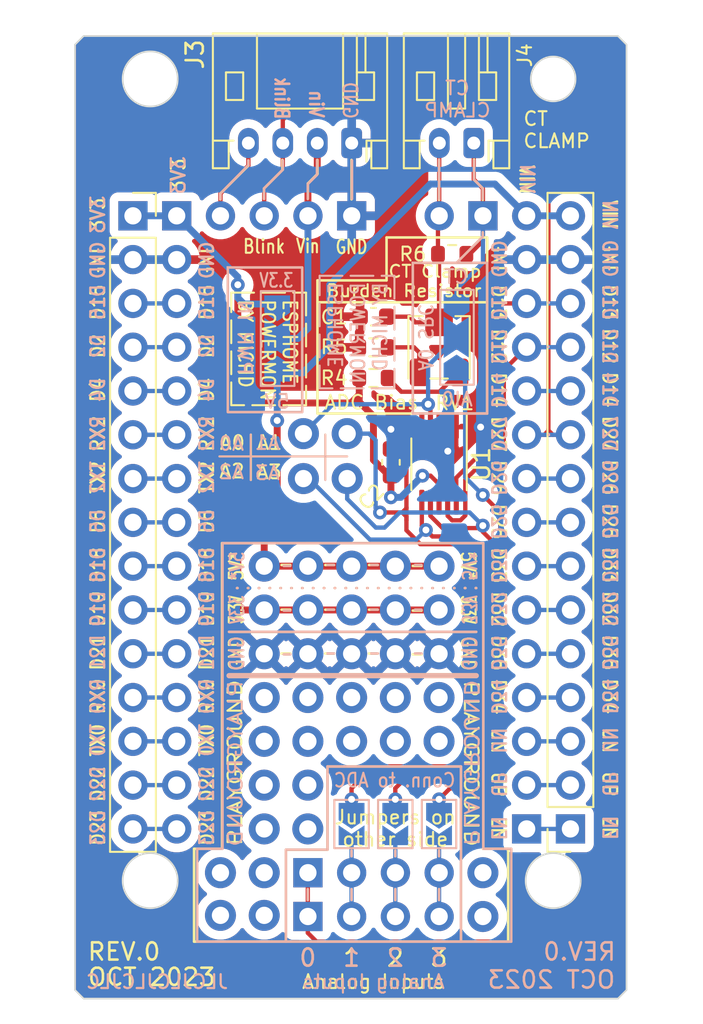
<source format=kicad_pcb>
(kicad_pcb (version 20221018) (generator pcbnew)
  (title_block (title "ESP32 WLED APA102 Level Shifter") (date "2023-09-30") (rev "2") (company "MichD"))
  (layers (0 "F.Cu" signal) (31 "B.Cu" signal) (34 "B.Paste" user) (35 "F.Paste" user) (36 "B.SilkS" user "B.Silkscreen") (37 "F.SilkS" user "F.Silkscreen") (38 "B.Mask" user) (39 "F.Mask" user) (44 "Edge.Cuts" user))
  (net 0 "")
  (net 1 "+5V")
  (net 2 "GND")
  (net 3 "/CT_CLAMP_2")
  (net 4 "Net-(J12-Pin_1)")
  (net 5 "+3.3V")
  (net 6 "Net-(J12-Pin_2)")
  (net 7 "Net-(J12-Pin_3)")
  (net 8 "Net-(J1-Pin_3)")
  (net 9 "Net-(J1-Pin_4)")
  (net 10 "Net-(J1-Pin_5)")
  (net 11 "Net-(J1-Pin_6)")
  (net 12 "Net-(J1-Pin_7)")
  (net 13 "Net-(J1-Pin_8)")
  (net 14 "Net-(J1-Pin_9)")
  (net 15 "Net-(J1-Pin_10)")
  (net 16 "Net-(J1-Pin_11)")
  (net 17 "Net-(J1-Pin_12)")
  (net 18 "Net-(J1-Pin_13)")
  (net 19 "Net-(J1-Pin_14)")
  (net 20 "Net-(J1-Pin_15)")
  (net 21 "Net-(J12-Pin_4)")
  (net 22 "Net-(J12-Pin_5)")
  (net 23 "Net-(J12-Pin_6)")
  (net 24 "Net-(J12-Pin_7)")
  (net 25 "Net-(J12-Pin_8)")
  (net 26 "Net-(J12-Pin_9)")
  (net 27 "/BLINK_SENS")
  (net 28 "Net-(J12-Pin_11)")
  (net 29 "/SDA")
  (net 30 "/SCL")
  (net 31 "/CT_CLAMP_1")
  (net 32 "Net-(J15-Pin_1)")
  (net 33 "VIN")
  (net 34 "Net-(J15-Pin_2)")
  (net 35 "Net-(J15-Pin_3)")
  (net 36 "Net-(J15-Pin_4)")
  (net 37 "/AIN0")
  (net 38 "/AIN1")
  (net 39 "/AIN2")
  (net 40 "/AIN3")
  (net 41 "Net-(R4-Pad2)")
  (net 42 "Net-(R5-Pad1)")
  (net 44 "Net-(J13-Pin_4)")
  (footprint "" (layer "F.Cu") (at 143.764 104.714)
    (fp_text reference "")
    (fp_text value "")
  )
  (footprint "" (layer "F.Cu") (at 138.684 107.254)
    (fp_text reference "")
    (fp_text value "")
  )
  (footprint "Connector_PinSocket_2.54mm:PinSocket_1x15_P2.54mm_Vertical" (layer "F.Cu") (at 133.612 69.154)
    (fp_text reference "J1" hide)
    (fp_text value "Conn_01x15_Female")
  )
  (footprint "" (layer "F.Cu") (at 138.67 89.408)
    (fp_text reference "")
    (fp_text value "")
  )
  (footprint "Connector_PinHeader_2.54mm:PinHeader_1x15_P2.54mm_Vertical" (layer "F.Cu") (at 136.152 69.154)
    (fp_text reference "J11" hide)
    (fp_text value "Conn_01x15_Male")
  )
  (footprint "" (layer "F.Cu") (at 141.224 92.202)
    (fp_text reference "")
    (fp_text value "")
  )
  (footprint "" (layer "F.Cu") (at 133.594 89.408)
    (fp_text reference "")
    (fp_text value "")
  )
  (footprint "" (layer "F.Cu") (at 146.05 84.394)
    (fp_text reference "")
    (fp_text value "")
  )
  (footprint "Capacitor_SMD:C_0603_1608Metric" (layer "F.Cu") (at 148.59 83.45 90)
    (fp_text reference "C2")
    (fp_text value "100n")
  )
  (footprint "" (layer "F.Cu") (at 146.3 94.742)
    (fp_text reference "")
    (fp_text value "")
  )
  (footprint "" (layer "F.Cu") (at 143.764 102.174)
    (fp_text reference "")
    (fp_text value "")
  )
  (footprint "" (layer "F.Cu") (at 143.762 99.822)
    (fp_text reference "")
    (fp_text value "")
  )
  (footprint "" (layer "F.Cu") (at 136.132 89.408)
    (fp_text reference "")
    (fp_text value "")
  )
  (footprint "Connector_PinHeader_2.54mm:PinHeader_1x02_P2.54mm_Vertical" (layer "F.Cu") (at 153.932 69.154 -90)
    (fp_text reference "J14" hide)
    (fp_text value "Conn_01x02_Pin")
  )
  (footprint "" (layer "F.Cu") (at 141.232 104.714)
    (fp_text reference "")
    (fp_text value "")
  )
  (footprint "" (layer "F.Cu") (at 151.376 97.282)
    (fp_text reference "")
    (fp_text value "")
  )
  (footprint "" (layer "F.Cu") (at 141.224 99.822)
    (fp_text reference "")
    (fp_text value "")
  )
  (footprint "" (layer "F.Cu") (at 141.232 107.254)
    (fp_text reference "")
    (fp_text value "")
  )
  (footprint "" (layer "F.Cu") (at 143.51 81.788)
    (fp_text reference "")
    (fp_text value "")
  )
  (footprint "esphome-powermon:Potentiometer_Bourns_3313J_Vertical" (layer "F.Cu") (at 151.384 76.782 180)
    (fp_text reference "RV1")
    (fp_text value "10k")
  )
  (footprint "" (layer "F.Cu") (at 145.796 81.788)
    (fp_text reference "")
    (fp_text value "")
  )
  (footprint "" (layer "F.Cu") (at 143.762 92.202)
    (fp_text reference "")
    (fp_text value "")
  )
  (footprint "" (layer "F.Cu") (at 141.224 94.742)
    (fp_text reference "")
    (fp_text value "")
  )
  (footprint "" (layer "F.Cu") (at 151.376 94.742)
    (fp_text reference "")
    (fp_text value "")
  )
  (footprint "" (layer "F.Cu") (at 151.384 89.408)
    (fp_text reference "")
    (fp_text value "")
  )
  (footprint "Package_SO:VSSOP-10_3x3mm_P0.5mm" (layer "F.Cu") (at 151.384 83.566 -90)
    (fp_text reference "U1")
    (fp_text value "ADS1115IDGS")
  )
  (footprint "" (layer "F.Cu") (at 151.376 99.822)
    (fp_text reference "")
    (fp_text value "")
  )
  (footprint "" (layer "F.Cu") (at 146.3 92.202)
    (fp_text reference "")
    (fp_text value "")
  )
  (footprint "Resistor_SMD:R_0603_1608Metric" (layer "F.Cu") (at 152.146 71.374 180)
    (fp_text reference "R6")
    (fp_text value "220")
  )
  (footprint "" (layer "F.Cu") (at 143.762 94.742)
    (fp_text reference "")
    (fp_text value "")
  )
  (footprint "Connector_PinHeader_2.54mm:PinHeader_1x15_P2.54mm_Vertical" (layer "F.Cu") (at 156.472 104.714 180)
    (fp_text reference "J12" hide)
    (fp_text value "Conn_01x15_Male")
  )
  (footprint "" (layer "F.Cu") (at 148.838 99.822)
    (fp_text reference "")
    (fp_text value "")
  )
  (footprint "" (layer "F.Cu") (at 146.3 99.822)
    (fp_text reference "")
    (fp_text value "")
  )
  (footprint "" (layer "F.Cu") (at 143.762 97.282)
    (fp_text reference "")
    (fp_text value "")
  )
  (footprint "" (layer "F.Cu") (at 151.384 92.014)
    (fp_text reference "")
    (fp_text value "")
  )
  (footprint "Capacitor_SMD:C_0603_1608Metric" (layer "F.Cu") (at 147.574 75.004 180)
    (fp_text reference "C1")
    (fp_text value "100n")
  )
  (footprint "Connector_PinSocket_2.54mm:PinSocket_1x15_P2.54mm_Vertical" (layer "F.Cu") (at 159.012 104.714 180)
    (fp_text reference "J2" hide)
    (fp_text value "Conn_01x15_Female")
  )
  (footprint "" (layer "F.Cu") (at 141.224 97.282)
    (fp_text reference "")
    (fp_text value "")
  )
  (footprint "Resistor_SMD:R_0603_1608Metric" (layer "F.Cu") (at 147.574 78.56)
    (fp_text reference "R4")
    (fp_text value "47k")
  )
  (footprint "Connector_PinHeader_2.54mm:PinHeader_1x04_P2.54mm_Vertical" (layer "F.Cu") (at 146.312 69.154 -90)
    (fp_text reference "J13" hide)
    (fp_text value "Conn_01x04_Pin")
  )
  (footprint "" (layer "F.Cu") (at 153.93 109.794)
    (fp_text reference "")
    (fp_text value "")
  )
  (footprint "" (layer "F.Cu") (at 138.692 109.728)
    (fp_text reference "")
    (fp_text value "")
  )
  (footprint "Connector_JST:JST_PH_S4B-PH-K_1x04_P2.00mm_Horizontal" (layer "F.Cu") (at 146.312 64.934 180)
    (fp_text reference "J3")
    (fp_text value "Conn_01x04_Pin")
  )
  (footprint "" (layer "F.Cu") (at 146.3 97.282)
    (fp_text reference "")
    (fp_text value "")
  )
  (footprint "" (layer "F.Cu") (at 153.924 107.254)
    (fp_text reference "")
    (fp_text value "")
  )
  (footprint "" (layer "F.Cu") (at 148.838 94.742)
    (fp_text reference "")
    (fp_text value "")
  )
  (footprint "" (layer "F.Cu") (at 141.232 109.728)
    (fp_text reference "")
    (fp_text value "")
  )
  (footprint "" (layer "F.Cu") (at 143.51 84.394)
    (fp_text reference "")
    (fp_text value "")
  )
  (footprint "Connector_PinHeader_2.54mm:PinHeader_1x04_P2.54mm_Vertical" (layer "F.Cu") (at 143.77 109.794 90)
    (fp_text reference "J15" hide)
    (fp_text value "Conn_01x04_Pin")
  )
  (footprint "" (layer "F.Cu") (at 148.838 97.282)
    (fp_text reference "")
    (fp_text value "")
  )
  (footprint "" (layer "F.Cu") (at 141.232 102.174)
    (fp_text reference "")
    (fp_text value "")
  )
  (footprint "" (layer "F.Cu") (at 148.838 92.202)
    (fp_text reference "")
    (fp_text value "")
  )
  (footprint "Connector_PinHeader_2.54mm:PinHeader_1x04_P2.54mm_Vertical" (layer "F.Cu") (at 143.77 107.254 90)
    (fp_text reference "J5" hide)
    (fp_text value "Conn_01x04_Pin")
  )
  (footprint "" (layer "F.Cu") (at 131.056 89.408)
    (fp_text reference "")
    (fp_text value "")
  )
  (footprint "Connector_JST:JST_PH_S2B-PH-K_1x02_P2.00mm_Horizontal" (layer "F.Cu") (at 153.4 64.934 180)
    (fp_text reference "J4")
    (fp_text value "Conn_01x02_Pin")
  )
  (footprint "Resistor_SMD:R_0603_1608Metric" (layer "F.Cu") (at 147.574 76.782 180)
    (fp_text reference "R5")
    (fp_text value "47k")
  )
  (footprint "Jumper:SolderJumper-2_P1.3mm_Open_TrianglePad1.0x1.5mm" (layer "B.Cu") (at 148.844 104.431 -90)
    (fp_text reference "JP4" hide)
    (fp_text value "Jumper_2_Bridged")
  )
  (footprint "Jumper:SolderJumper-3_P2.0mm_Open_TrianglePad1.0x1.5mm" (layer "B.Cu") (at 152.4 76.2 90)
    (fp_text reference "JP1" hide)
    (fp_text value "Jumper_3_Bridged12")
  )
  (footprint "Jumper:SolderJumper-2_P1.3mm_Open_TrianglePad1.0x1.5mm" (layer "B.Cu") (at 151.384 104.431 -90)
    (fp_text reference "JP5" hide)
    (fp_text value "Jumper_2_Bridged")
  )
  (footprint "Jumper:SolderJumper-2_P1.3mm_Open_TrianglePad1.0x1.5mm" (layer "B.Cu") (at 146.304 104.431 -90)
    (fp_text reference "JP3" hide)
    (fp_text value "Jumper_2_Bridged")
  )
  (footprint "Jumper:SolderJumper-3_P2.0mm_Open_TrianglePad1.0x1.5mm" (layer "B.Cu") (at 141.986 76.27 90)
    (fp_text reference "JP2" hide)
    (fp_text value "Jumper_3_Bridged12")
  )
  (gr_line (start 141.224 67.564) (end 142.3162 66.4718) (stroke (width 0.15)) (layer "B.SilkS"))
  (gr_line (start 155.575 105.8672) (end 153.9494 105.8672) (stroke (width 0.15)) (layer "B.SilkS"))
  (gr_line (start 144.907 101.092) (end 152.654 101.092) (stroke (width 0.15)) (layer "B.SilkS"))
  (gr_line (start 144.907 89.408) (end 145.288 89.408) (stroke (width 0.15)) (layer "B.SilkS"))
  (gr_line (start 141.224 68.1736) (end 141.224 67.564) (stroke (width 0.15)) (layer "B.SilkS"))
  (gr_line (start 144.2974 65.913) (end 144.2974 66.7766) (stroke (width 0.15)) (layer "B.SilkS"))
  (gr_line (start 144.907 94.5388) (end 145.288 94.5388) (stroke (width 0.15)) (layer "B.SilkS"))
  (gr_line (start 140.3096 66.2178) (end 140.3096 65.9384) (stroke (width 0.15)) (layer "B.SilkS"))
  (gr_line (start 153.924 70.358) (end 152.4 71.882) (stroke (width 0.15)) (layer "B.SilkS"))
  (gr_line (start 138.811 105.8672) (end 137.3378 105.8672) (stroke (width 0.15)) (layer "B.SilkS"))
  (gr_line (start 147.447 94.5388) (end 147.828 94.5388) (stroke (width 0.15)) (layer "B.SilkS"))
  (gr_line (start 143.764 108.204) (end 143.764 108.839) (stroke (width 0.15)) (layer "B.SilkS"))
  (gr_line (start 146.304 108.204) (end 146.304 108.839) (stroke (width 0.15)) (layer "B.SilkS"))
  (gr_line (start 142.367 92.0496) (end 142.748 92.0496) (stroke (width 0.15)) (layer "B.SilkS"))
  (gr_line (start 138.811 88.138) (end 138.811 105.8672) (stroke (width 0.15)) (layer "B.SilkS"))
  (gr_line (start 153.543 95.824) (end 139.192 95.824) (stroke (width 0.3)) (layer "B.SilkS"))
  (gr_line (start 137.3378 111.252) (end 155.575 111.252) (stroke (width 0.15)) (layer "B.SilkS"))
  (gr_line (start 144.907 101.092) (end 144.907 105.918) (stroke (width 0.15)) (layer "B.SilkS"))
  (gr_line (start 143.764 67.31) (end 143.764 68.1736) (stroke (width 0.15)) (layer "B.SilkS"))
  (gr_line (start 146.304 105.9688) (end 146.304 106.299) (stroke (width 0.15)) (layer "B.SilkS"))
  (gr_line (start 157.7594 81.8388) (end 157.7594 81.8642) (stroke (width 0.15)) (layer "B.SilkS"))
  (gr_line (start 148.844 105.9688) (end 148.844 106.299) (stroke (width 0.15)) (layer "B.SilkS"))
  (gr_line (start 153.9494 88.138) (end 138.811 88.138) (stroke (width 0.15)) (layer "B.SilkS"))
  (gr_line (start 142.367 89.4588) (end 142.748 89.4588) (stroke (width 0.15)) (layer "B.SilkS"))
  (gr_line (start 138.684 68.1736) (end 138.684 67.8688) (stroke (width 0.15)) (layer "B.SilkS"))
  (gr_line (start 157.7594 74.1934) (end 157.734 74.1934) (stroke (width 0.15)) (layer "B.SilkS"))
  (gr_line (start 146.3294 68.1736) (end 146.3294 65.9384) (stroke (width 0.15)) (layer "B.SilkS"))
  (gr_line (start 137.3378 105.8672) (end 137.3378 111.252) (stroke (width 0.15)) (layer "B.SilkS"))
  (gr_line (start 153.924 68.1736) (end 153.924 67.564) (stroke (width 0.15)) (layer "B.SilkS"))
  (gr_rect (start 139.12 72.148) (end 143.438 80.538) (stroke (width 0.15)) (fill none) (layer "B.SilkS"))
  (gr_line (start 142.494 105.918) (end 142.494 111.252) (stroke (width 0.15)) (layer "B.SilkS"))
  (gr_line (start 151.384 108.204) (end 151.384 108.839) (stroke (width 0.15)) (layer "B.SilkS"))
  (gr_rect (start 149.86 71.882) (end 154.178 80.6196) (stroke (width 0.15)) (fill none) (layer "B.SilkS"))
  (gr_line (start 153.543 93.284) (end 139.192 93.284) (stroke (width 0.15)) (layer "B.SilkS"))
  (gr_line (start 142.367 94.5896) (end 142.748 94.5896) (stroke (width 0.15)) (layer "B.SilkS"))
  (gr_line (start 142.3162 66.4718) (end 142.3162 65.9384) (stroke (width 0.15)) (layer "B.SilkS"))
  (gr_line (start 151.384 105.9688) (end 151.384 106.299) (stroke (width 0.15)) (layer "B.SilkS"))
  (gr_line (start 149.987 89.408) (end 150.368 89.408) (stroke (width 0.15)) (layer "B.SilkS"))
  (gr_line (start 138.684 67.8688) (end 140.3096 66.2178) (stroke (width 0.15)) (layer "B.SilkS"))
  (gr_line (start 144.78 84.4804) (end 144.78 81.8388) (stroke (width 0.12)) (layer "B.SilkS"))
  (gr_line (start 144.2974 66.7766) (end 143.764 67.31) (stroke (width 0.15)) (layer "B.SilkS"))
  (gr_line (start 157.7086 76.7588) (end 157.734 76.7588) (stroke (width 0.15)) (layer "B.SilkS"))
  (gr_line (start 151.384 68.1736) (end 151.384 65.8876) (stroke (width 0.15)) (layer "B.SilkS"))
  (gr_line (start 149.987 91.9988) (end 150.368 91.9988) (stroke (width 0.15)) (layer "B.SilkS"))
  (gr_line (start 153.9494 88.138) (end 153.9494 105.8672) (stroke (width 0.15)) (layer "B.SilkS"))
  (gr_line (start 140.4458 84.4804) (end 140.4458 81.8388) (stroke (width 0.12)) (layer "B.SilkS"))
  (gr_line (start 147.447 89.408) (end 147.828 89.408) (stroke (width 0.15)) (layer "B.SilkS"))
  (gr_line (start 149.987 94.5388) (end 150.368 94.5388) (stroke (width 0.15)) (layer "B.SilkS"))
  (gr_line (start 153.924 70.358) (end 153.924 70.104) (stroke (width 0.15)) (layer "B.SilkS"))
  (gr_line (start 152.654 111.252) (end 152.654 101.092) (stroke (width 0.15)) (layer "B.SilkS"))
  (gr_rect (start 144.4498 79.1591) (end 148.7932 72.6313) (stroke (width 0.12) (type dash)) (fill none) (layer "B.SilkS"))
  (gr_line (start 148.844 108.204) (end 148.844 108.839) (stroke (width 0.15)) (layer "B.SilkS"))
  (gr_line (start 138.6332 83.1088) (end 146.05 83.1088) (stroke (width 0.12)) (layer "B.SilkS"))
  (gr_line (start 153.416 67.056) (end 153.416 65.9384) (stroke (width 0.15)) (layer "B.SilkS"))
  (gr_line (start 155.575 111.252) (end 155.575 105.8672) (stroke (width 0.15)) (layer "B.SilkS"))
  (gr_line (start 142.494 105.918) (end 144.907 105.918) (stroke (width 0.15)) (layer "B.SilkS"))
  (gr_line (start 147.447 91.9988) (end 147.828 91.9988) (stroke (width 0.15)) (layer "B.SilkS"))
  (gr_line (start 153.543 90.744) (end 139.192 90.744) (stroke (width 0.15) (type dot)) (layer "B.SilkS"))
  (gr_line (start 153.924 67.564) (end 153.416 67.056) (stroke (width 0.15)) (layer "B.SilkS"))
  (gr_line (start 144.907 91.9988) (end 145.288 91.9988) (stroke (width 0.15)) (layer "B.SilkS"))
  (gr_line (start 144.907 101.092) (end 152.654 101.092) (stroke (width 0.15)) (layer "F.SilkS"))
  (gr_line (start 148.336 70.4088) (end 148.336 72.898) (stroke (width 0.15)) (layer "F.SilkS"))
  (gr_line (start 153.543 93.284) (end 139.192 93.284) (stroke (width 0.15)) (layer "F.SilkS"))
  (gr_line (start 153.543 95.824) (end 139.192 95.824) (stroke (width 0.3)) (layer "F.SilkS"))
  (gr_line (start 142.24 91.9988) (end 142.748 91.9988) (stroke (width 0.15)) (layer "F.SilkS"))
  (gr_line (start 144.78 91.9988) (end 145.288 91.9988) (stroke (width 0.15)) (layer "F.SilkS"))
  (gr_line (start 149.86 92.0496) (end 150.368 92.0496) (stroke (width 0.15)) (layer "F.SilkS"))
  (gr_line (start 144.78 89.408) (end 145.288 89.408) (stroke (width 0.15)) (layer "F.SilkS"))
  (gr_line (start 144.907 105.918) (end 144.907 101.092) (stroke (width 0.15)) (layer "F.SilkS"))
  (gr_line (start 152.654 101.092) (end 152.654 111.252) (stroke (width 0.15)) (layer "F.SilkS"))
  (gr_line (start 151.384 68.2244) (end 151.384 65.9384) (stroke (width 0.15)) (layer "F.SilkS"))
  (gr_line (start 153.416 67.056) (end 153.924 67.564) (stroke (width 0.15)) (layer "F.SilkS"))
  (gr_line (start 148.336 72.898) (end 144.3228 72.898) (stroke (width 0.15)) (layer "F.SilkS"))
  (gr_line (start 137.16 105.8672) (end 137.16 111.252) (stroke (width 0.15)) (layer "F.SilkS"))
  (gr_line (start 138.684 68.199) (end 138.684 67.8688) (stroke (width 0.15)) (layer "F.SilkS"))
  (gr_line (start 140.462 81.8388) (end 140.462 84.4804) (stroke (width 0.12)) (layer "F.SilkS"))
  (gr_line (start 149.86 89.4588) (end 150.368 89.4588) (stroke (width 0.15)) (layer "F.SilkS"))
  (gr_line (start 147.32 89.408) (end 147.828 89.408) (stroke (width 0.15)) (layer "F.SilkS"))
  (gr_line (start 154.178 80.6196) (end 144.3228 80.6196) (stroke (width 0.15)) (layer "F.SilkS"))
  (gr_line (start 144.78 94.5388) (end 145.288 94.5388) (stroke (width 0.15)) (layer "F.SilkS"))
  (gr_line (start 138.6332 83.1088) (end 146.05 83.1088) (stroke (width 0.12)) (layer "F.SilkS"))
  (gr_line (start 141.224 68.1736) (end 141.224 67.564) (stroke (width 0.15)) (layer "F.SilkS"))
  (gr_line (start 147.32 91.9988) (end 147.828 91.9988) (stroke (width 0.15)) (layer "F.SilkS"))
  (gr_line (start 144.78 81.8388) (end 144.78 84.455) (stroke (width 0.12)) (layer "F.SilkS"))
  (gr_line (start 141.224 67.564) (end 142.2908 66.4972) (stroke (width 0.15)) (layer "F.SilkS"))
  (gr_rect (start 139.319 73.6092) (end 143.6624 80.137) (stroke (width 0.12) (type dash)) (fill none) (layer "F.SilkS"))
  (gr_line (start 153.543 90.744) (end 139.192 90.744) (stroke (width 0.15) (type dot)) (layer "F.SilkS"))
  (gr_line (start 142.2908 66.4972) (end 142.2908 65.913) (stroke (width 0.15)) (layer "F.SilkS"))
  (gr_line (start 147.32 94.5388) (end 147.828 94.5388) (stroke (width 0.15)) (layer "F.SilkS"))
  (gr_line (start 153.924 88.138) (end 138.7856 88.138) (stroke (width 0.15)) (layer "F.SilkS"))
  (gr_line (start 153.924 67.564) (end 153.924 68.2244) (stroke (width 0.15)) (layer "F.SilkS"))
  (gr_line (start 142.24 94.5388) (end 142.748 94.5388) (stroke (width 0.15)) (layer "F.SilkS"))
  (gr_line (start 138.7856 105.8672) (end 137.16 105.8672) (stroke (width 0.15)) (layer "F.SilkS"))
  (gr_line (start 142.24 89.408) (end 142.748 89.408) (stroke (width 0.15)) (layer "F.SilkS"))
  (gr_line (start 153.416 65.8876) (end 153.416 67.056) (stroke (width 0.15)) (layer "F.SilkS"))
  (gr_line (start 155.3972 105.8672) (end 153.924 105.8672) (stroke (width 0.15)) (layer "F.SilkS"))
  (gr_line (start 143.764 67.2846) (end 144.3228 66.7258) (stroke (width 0.15)) (layer "F.SilkS"))
  (gr_line (start 137.16 111.252) (end 155.3972 111.252) (stroke (width 0.15)) (layer "F.SilkS"))
  (gr_line (start 138.684 67.8688) (end 140.3096 66.2432) (stroke (width 0.15)) (layer "F.SilkS"))
  (gr_line (start 154.178 70.4088) (end 148.336 70.4088) (stroke (width 0.15)) (layer "F.SilkS"))
  (gr_line (start 138.7856 88.138) (end 138.7856 105.8672) (stroke (width 0.15)) (layer "F.SilkS"))
  (gr_line (start 144.3228 74.168) (end 154.178 74.168) (stroke (width 0.15)) (layer "F.SilkS"))
  (gr_line (start 142.494 111.252) (end 142.494 105.918) (stroke (width 0.15)) (layer "F.SilkS"))
  (gr_line (start 155.3972 111.252) (end 155.3972 105.8672) (stroke (width 0.15)) (layer "F.SilkS"))
  (gr_line (start 142.494 105.918) (end 144.907 105.918) (stroke (width 0.15)) (layer "F.SilkS"))
  (gr_line (start 143.764 68.1736) (end 143.764 67.2846) (stroke (width 0.15)) (layer "F.SilkS"))
  (gr_line (start 144.3228 72.898) (end 144.3228 80.6196) (stroke (width 0.15)) (layer "F.SilkS"))
  (gr_line (start 146.304 68.199) (end 146.304 65.913) (stroke (width 0.15)) (layer "F.SilkS"))
  (gr_line (start 154.178 80.6196) (end 154.178 70.4088) (stroke (width 0.15)) (layer "F.SilkS"))
  (gr_line (start 149.86 94.5896) (end 150.368 94.5896) (stroke (width 0.15)) (layer "F.SilkS"))
  (gr_line (start 153.9494 88.138) (end 153.9494 105.8672) (stroke (width 0.15)) (layer "F.SilkS"))
  (gr_line (start 144.3228 66.7258) (end 144.3228 65.913) (stroke (width 0.15)) (layer "F.SilkS"))
  (gr_line (start 130.75 114.554) (end 161.766 114.554) (stroke (width 0.1)) (layer "Edge.Cuts"))
  (gr_circle locked (center 134.612 107.714) (end 136.212 107.714) (stroke (width 0.1)) (fill none) (layer "Edge.Cuts"))
  (gr_line (start 161.766 58.725) (end 162.266 59.225) (stroke (width 0.1)) (layer "Edge.Cuts"))
  (gr_line (start 130.25 59.225) (end 130.75 58.725) (stroke (width 0.1)) (layer "Edge.Cuts"))
  (gr_line (start 130.25 59.225) (end 130.25 114.054) (stroke (width 0.1)) (layer "Edge.Cuts"))
  (gr_circle locked (center 158.012 107.714) (end 159.612 107.714) (stroke (width 0.1)) (fill none) (layer "Edge.Cuts"))
  (gr_line (start 162.266 114.054) (end 162.266 59.225) (stroke (width 0.1)) (layer "Edge.Cuts"))
  (gr_line (start 130.25 114.054) (end 130.75 114.554) (stroke (width 0.1)) (layer "Edge.Cuts"))
  (gr_line (start 161.766 58.725) (end 130.75 58.725) (stroke (width 0.1)) (layer "Edge.Cuts"))
  (gr_circle locked (center 134.612 61.214) (end 136.212 61.214) (stroke (width 0.1)) (fill none) (layer "Edge.Cuts"))
  (gr_circle locked (center 158.012 61.214) (end 159.312 61.214) (stroke (width 0.1)) (fill none) (layer "Edge.Cuts"))
  (gr_line (start 161.766 114.554) (end 162.266 114.054) (stroke (width 0.1)) (layer "Edge.Cuts"))
  (gr_text "" (at 141.351 92.075) (layer "B.SilkS") (effects (font (size 1.27 1.27)) (justify mirror)))
  (gr_text "D4" (at 131.572 79.248 90) (layer "B.SilkS") (effects (font (size 0.8 0.7) (thickness 0.13)) (justify mirror)))
  (gr_text "" (at 141.359 99.6188) (layer "B.SilkS") (effects (font (size 1.27 1.27)) (justify mirror)))
  (gr_text "D5" (at 137.8966 86.868 90) (layer "B.SilkS") (effects (font (size 0.8 0.7) (thickness 0.13)) (justify mirror)))
  (gr_text "3.3V" (at 142.986 73.37) (layer "B.SilkS") (effects (font (size 0.8 0.6) (thickness 0.12)) (justify left bottom mirror)))
  (gr_text "A0 SRC" (at 150.114 76.2 270) (layer "B.SilkS") (effects (font (size 0.8 0.7) (thickness 0.12)) (justify bottom mirror)))
  (gr_text "3V3" (at 131.572 69.088 90) (layer "B.SilkS") (effects (font (size 0.8 0.8) (thickness 0.13)) (justify mirror)))
  (gr_text "D26" (at 161.29 84.328 270) (layer "B.SilkS") (effects (font (size 0.8 0.7) (thickness 0.13)) (justify mirror)))
  (gr_text "PLAYGROUND" (at 152.781 105.791 270) (layer "B.SilkS") (effects (font (size 0.8 1) (thickness 0.12)) (justify left bottom mirror)))
  (gr_text "EN" (at 154.8384 104.6734 270) (layer "B.SilkS") (effects (font (size 0.8 0.7) (thickness 0.13)) (justify mirror)))
  (gr_text "Analog Inputs" (at 147.574 114.046) (layer "B.SilkS") (effects (font (size 0.8 0.8) (thickness 0.12)) (justify bottom mirror)))
  (gr_text "5V*" (at 140.1318 89.4588 -270) (layer "B.SilkS") (effects (font (size 0.8 0.65) (thickness 0.12)) (justify bottom mirror)))
  (gr_text "5V*" (at 152.654 89.474 -90) (layer "B.SilkS") (effects (font (size 0.8 0.65) (thickness 0.12)) (justify bottom mirror)))
  (gr_text "" (at 141.351 94.615) (layer "B.SilkS") (effects (font (size 1.27 1.27)) (justify mirror)))
  (gr_text "UN" (at 161.29 99.568 270) (layer "B.SilkS") (effects (font (size 0.8 0.7) (thickness 0.13)) (justify mirror)))
  (gr_text "GND" (at 161.29 71.628 270) (layer "B.SilkS") (effects (font (size 0.8 0.7) (thickness 0.13)) (justify mirror)))
  (gr_text "UP" (at 154.8384 102.1334 270) (layer "B.SilkS") (effects (font (size 0.8 0.7) (thickness 0.13)) (justify mirror)))
  (gr_text "D33" (at 154.8384 89.4334 270) (layer "B.SilkS") (effects (font (size 0.8 0.7) (thickness 0.13)) (justify mirror)))
  (gr_text "2" (at 148.844 112.776) (layer "B.SilkS") (effects (font (size 1 1)) (justify bottom mirror)))
  (gr_text "Vin" (at 143.7894 62.6618 -90) (layer "B.SilkS") (effects (font (size 0.8 0.7)) (justify bottom mirror)))
  (gr_text "D2" (at 131.572 76.708 90) (layer "B.SilkS") (effects (font (size 0.8 0.7) (thickness 0.13)) (justify mirror)))
  (gr_text "RX2" (at 137.8966 81.788 90) (layer "B.SilkS") (effects (font (size 0.8 0.7) (thickness 0.13)) (justify mirror)))
  (gr_text "D34" (at 154.8384 97.0534 270) (layer "B.SilkS") (effects (font (size 0.8 0.7) (thickness 0.13)) (justify mirror)))
  (gr_text "D26" (at 154.8384 84.3534 270) (layer "B.SilkS") (effects (font (size 0.8 0.7) (thickness 0.13)) (justify mirror)))
  (gr_text "GND" (at 154.8384 71.6534 270) (layer "B.SilkS") (effects (font (size 0.8 0.7) (thickness 0.13)) (justify mirror)))
  (gr_text "RX2" (at 131.572 81.788 90) (layer "B.SilkS") (effects (font (size 0.8 0.7) (thickness 0.13)) (justify mirror)))
  (gr_text "TX0" (at 137.8966 99.568 90) (layer "B.SilkS") (effects (font (size 0.8 0.7) (thickness 0.13)) (justify mirror)))
  (gr_text "UP" (at 161.29 102.108 270) (layer "B.SilkS") (effects (font (size 0.8 0.7) (thickness 0.13)) (justify mirror)))
  (gr_text "" (at 141.351 92.075) (layer "B.SilkS") (effects (font (size 1.27 1.27)) (justify mirror)))
  (gr_text "PWR IN" (at 139.628 76.212 -90) (layer "B.SilkS") (effects (font (size 0.8 0.8) (thickness 0.12)) (justify bottom mirror)))
  (gr_text "D35" (at 161.29 94.488 270) (layer "B.SilkS") (effects (font (size 0.8 0.7) (thickness 0.13)) (justify mirror)))
  (gr_text "RX0" (at 131.572 97.028 90) (layer "B.SilkS") (effects (font (size 0.8 0.7) (thickness 0.13)) (justify mirror)))
  (gr_text "D22" (at 131.572 102.108 90) (layer "B.SilkS") (effects (font (size 0.8 0.7) (thickness 0.13)) (justify mirror)))
  (gr_text "" (at 141.351 89.408) (layer "B.SilkS") (effects (font (size 1.27 1.27)) (justify mirror)))
  (gr_text "" (at 141.359 99.6188) (layer "B.SilkS") (effects (font (size 1.27 1.27)) (justify mirror)))
  (gr_text "Conn. to ADC" (at 152.4 102.362) (layer "B.SilkS") (effects (font (size 0.8 0.7) (thickness 0.12)) (justify left bottom mirror)))
  (gr_text "D4" (at 137.8966 79.248 90) (layer "B.SilkS") (effects (font (size 0.8 0.7) (thickness 0.13)) (justify mirror)))
  (gr_text "D13" (at 161.29 74.168 270) (layer "B.SilkS") (effects (font (size 0.8 0.7) (thickness 0.13)) (justify mirror)))
  (gr_text "1" (at 146.304 112.776) (layer "B.SilkS") (effects (font (size 1 1)) (justify bottom mirror)))
  (gr_text "D27" (at 161.29 81.788 270) (layer "B.SilkS") (effects (font (size 0.8 0.7) (thickness 0.13)) (justify mirror)))
  (gr_text "D5" (at 131.572 86.868 90) (layer "B.SilkS") (effects (font (size 0.8 0.7) (thickness 0.13)) (justify mirror)))
  (gr_text "3.3V" (at 152.654 91.9988 -90) (layer "B.SilkS") (effects (font (size 0.8 0.5) (thickness 0.12)) (justify bottom mirror)))
  (gr_text "D27" (at 154.8384 81.8134 270) (layer "B.SilkS") (effects (font (size 0.8 0.7) (thickness 0.13)) (justify mirror)))
  (gr_text "JLCJLCJLCJLC" (at 130.81 114.046) (layer "B.SilkS") (effects (font (size 0.8 0.8) (thickness 0.13)) (justify right bottom mirror)))
  (gr_text "VIN" (at 156.5 67 270) (layer "B.SilkS") (effects (font (size 0.8 0.7) (thickness 0.13)) (justify mirror)))
  (gr_text "D14" (at 154.8384 79.2734 270) (layer "B.SilkS") (effects (font (size 0.8 0.7) (thickness 0.13)) (justify mirror)))
  (gr_text "D32" (at 154.8384 91.9734 270) (layer "B.SilkS") (effects (font (size 0.8 0.7) (thickness 0.13)) (justify mirror)))
  (gr_text "A2" (at 140.1318 84.4804) (layer "B.SilkS") (effects (font (size 0.8 0.8) (thickness 0.12)) (justify left bottom mirror)))
  (gr_text "AI0" (at 153.416 80.264) (layer "B.SilkS") (effects (font (size 0.8 0.8) (thickness 0.12)) (justify left bottom mirror)))
  (gr_text "" (at 141.359 97.1398) (layer "B.SilkS") (effects (font (size 1.27 1.27)) (justify mirror)))
  (gr_text "D35" (at 154.8384 94.5134 270) (layer "B.SilkS") (effects (font (size 0.8 0.7) (thickness 0.13)) (justify mirror)))
  (gr_text "OCT 2023" (at 161.6964 113.4618) (layer "B.SilkS") (effects (font (size 1 1)) (justify left mirror)))
  (gr_text "TX0" (at 131.572 99.568 90) (layer "B.SilkS") (effects (font (size 0.8 0.7) (thickness 0.13)) (justify mirror)))
  (gr_text "REV.0" (at 159.5374 111.8362) (layer "B.SilkS") (effects (font (size 1 1)) (justify mirror)))
  (gr_text "D22" (at 137.8966 102.108 90) (layer "B.SilkS") (effects (font (size 0.8 0.7) (thickness 0.13)) (justify mirror)))
  (gr_text "D18" (at 137.8966 89.408 90) (layer "B.SilkS") (effects (font (size 0.8 0.7) (thickness 0.13)) (justify mirror)))
  (gr_text "D25" (at 161.29 86.868 270) (layer "B.SilkS") (effects (font (size 0.8 0.7) (thickness 0.13)) (justify mirror)))
  (gr_text "A3" (at 142.2146 84.5312) (layer "B.SilkS") (effects (font (size 0.8 0.8) (thickness 0.12)) (justify left bottom mirror)))
  (gr_text "CT\nCLAMP" (at 152.4508 63.5) (layer "B.SilkS") (effects (font (size 0.8 0.8) (thickness 0.12)) (justify bottom mirror)))
  (gr_text "D19" (at 137.8966 91.948 90) (layer "B.SilkS") (effects (font (size 0.8 0.7) (thickness 0.13)) (justify mirror)))
  (gr_text "D12" (at 154.8384 76.7334 270) (layer "B.SilkS") (effects (font (size 0.8 0.7) (thickness 0.13)) (justify mirror)))
  (gr_text "D15" (at 131.572 74.168 90) (layer "B.SilkS") (effects (font (size 0.8 0.7) (thickness 0.13)) (justify mirror)))
  (gr_text "D14" (at 161.29 79.248 270) (layer "B.SilkS") (effects (font (size 0.8 0.7) (thickness 0.13)) (justify mirror)))
  (gr_text "EN" (at 161.29 104.648 270) (layer "B.SilkS") (effects (font (size 0.8 0.7) (thickness 0.13)) (justify mirror)))
  (gr_text "RX0" (at 137.8966 97.028 90) (layer "B.SilkS") (effects (font (size 0.8 0.7) (thickness 0.13)) (justify mirror)))
  (gr_text "D21" (at 137.8966 94.488 90) (layer "B.SilkS") (effects (font (size 0.8 0.7) (thickness 0.13)) (justify mirror)))
  (gr_text "D23" (at 137.8966 104.648 90) (layer "B.SilkS") (effects (font (size 0.8 0.7) (thickness 0.13)) (justify mirror)))
  (gr_text "D23" (at 131.572 104.648 90) (layer "B.SilkS") (effects (font (size 0.8 0.7) (thickness 0.13)) (justify mirror)))
  (gr_text "D21" (at 131.572 94.488 90) (layer "B.SilkS") (effects (font (size 0.8 0.7) (thickness 0.13)) (justify mirror)))
  (gr_text "D13" (at 154.8384 74.1934 270) (layer "B.SilkS") (effects (font (size 0.8 0.7) (thickness 0.13)) (justify mirror)))
  (gr_text "D18" (at 131.572 89.408 90) (layer "B.SilkS") (effects (font (size 0.8 0.7) (thickness 0.13)) (justify mirror)))
  (gr_text "D33" (at 161.29 89.408 270) (layer "B.SilkS") (effects (font (size 0.8 0.7) (thickness 0.13)) (justify mirror)))
  (gr_text "D32" (at 161.29 91.948 270) (layer "B.SilkS") (effects (font (size 0.8 0.7) (thickness 0.13)) (justify mirror)))
  (gr_text "TX2" (at 131.572 84.328 90) (layer "B.SilkS") (effects (font (size 0.8 0.7) (thickness 0.13)) (justify mirror)))
  (gr_text "GND" (at 140.1318 94.5388 -270) (layer "B.SilkS") (effects (font (size 0.8 0.65) (thickness 0.12)) (justify bottom mirror)))
  (gr_text "PLAYGROUND" (at 140.0302 96.012 90) (layer "B.SilkS") (effects (font (size 0.8 1) (thickness 0.12)) (justify left bottom mirror)))
  (gr_text "D12" (at 161.29 76.708 270) (layer "B.SilkS") (effects (font (size 0.8 0.7) (thickness 0.13)) (justify mirror)))
  (gr_text "" (at 141.351 94.615) (layer "B.SilkS") (effects (font (size 1.27 1.27)) (justify mirror)))
  (gr_text "" (at 141.359 97.1398) (layer "B.SilkS") (effects (font (size 1.27 1.27)) (justify mirror)))
  (gr_text "TX2" (at 137.8966 84.328 90) (layer "B.SilkS") (effects (font (size 0.8 0.7) (thickness 0.13)) (justify mirror)))
  (gr_text "ESPHOME\nPOWERMON\nBY MICHD" (at 148.4376 72.9615 90) (layer "B.SilkS") (effects (font (size 0.8 0.7) (thickness 0.12)) (justify left bottom mirror)))
  (gr_text "VIN" (at 161.29 69.088 270) (layer "B.SilkS") (effects (font (size 0.8 0.7) (thickness 0.13)) (justify mirror)))
  (gr_text "" (at 141.375 101.6966) (layer "B.SilkS") (effects (font (size 1.27 1.27)) (justify mirror)))
  (gr_text "GND\n" (at 131.572 71.7296 90) (layer "B.SilkS") (effects (font (size 0.8 0.7) (thickness 0.13)) (justify mirror)))
  (gr_text "3.3V" (at 140.1318 91.9988 -270) (layer "B.SilkS") (effects (font (size 0.8 0.5) (thickness 0.12)) (justify bottom mirror)))
  (gr_text "3" (at 151.384 112.776) (layer "B.SilkS") (effects (font (size 1 1)) (justify bottom mirror)))
  (gr_text "" (at 141.375 101.6966) (layer "B.SilkS") (effects (font (size 1.27 1.27)) (justify mirror)))
  (gr_text "UN" (at 154.8384 99.5934 270) (layer "B.SilkS") (effects (font (size 0.8 0.7) (thickness 0.13)) (justify mirror)))
  (gr_text "GND" (at 145.7452 62.4586 -90) (layer "B.SilkS") (effects (font (size 0.8 0.7) (thickness 0.12)) (justify bottom mirror)))
  (gr_text "D2" (at 137.8966 76.708 90) (layer "B.SilkS") (effects (font (size 0.8 0.7) (thickness 0.13)) (justify mirror)))
  (gr_text "5V" (at 142.786 80.391) (layer "B.SilkS") (effects (font (size 0.8 0.8) (thickness 0.12)) (justify left bottom mirror)))
  (gr_text "A0" (at 140.1318 82.8294) (layer "B.SilkS") (effects (font (size 0.8 0.8) (thickness 0.12)) (justify left bottom mirror)))
  (gr_text "GND" (at 152.654 94.5388 -90) (layer "B.SilkS") (effects (font (size 0.8 0.65) (thickness 0.12)) (justify bottom mirror)))
  (gr_text "CT" (at 153.162 73.152) (layer "B.SilkS") (effects (font (size 0.8 0.8) (thickness 0.12)) (justify left bottom mirror)))
  (gr_text "D19" (at 131.572 91.948 90) (layer "B.SilkS") (effects (font (size 0.8 0.7) (thickness 0.13)) (justify mirror)))
  (gr_text "Blink" (at 141.7828 62.3316 270) (layer "B.SilkS") (effects (font (size 0.8 0.65)) (justify bottom mirror)))
  (gr_text "GND\n" (at 137.8966 71.7296 90) (layer "B.SilkS") (effects (font (size 0.8 0.7) (thickness 0.13)) (justify mirror)))
  (gr_text "D34" (at 161.29 97.028 270) (layer "B.SilkS") (effects (font (size 0.8 0.7) (thickness 0.13)) (justify mirror)))
  (gr_text "A1" (at 142.2146 82.7786) (layer "B.SilkS") (effects (font (size 0.8 0.8) (thickness 0.12)) (justify left bottom mirror)))
  (gr_text "" (at 141.351 89.408) (layer "B.SilkS") (effects (font (size 1.27 1.27)) (justify mirror)))
  (gr_text "D25" (at 154.8384 86.8934 270) (layer "B.SilkS") (effects (font (size 0.8 0.7) (thickness 0.13)) (justify mirror)))
  (gr_text "0" (at 143.764 112.776) (layer "B.SilkS") (effects (font (size 1 1)) (justify bottom mirror)))
  (gr_text "3V3" (at 136.2456 66.802 90) (layer "B.SilkS") (effects (font (size 0.8 0.8) (thickness 0.13)) (justify mirror)))
  (gr_text "D15" (at 137.8966 74.168 90) (layer "B.SilkS") (effects (font (size 0.8 0.7) (thickness 0.13)) (justify mirror)))
  (gr_text "D12" (at 154.8384 76.7334 -90) (layer "F.SilkS") (effects (font (size 0.8 0.7) (thickness 0.13))))
  (gr_text "GND" (at 152.6032 94.5388 270) (layer "F.SilkS") (effects (font (size 0.8 0.65) (thickness 0.12)) (justify bottom)))
  (gr_text "GND\n" (at 137.8966 71.7296 90) (layer "F.SilkS") (effects (font (size 0.8 0.7) (thickness 0.13))))
  (gr_text "TX0" (at 131.572 99.568 90) (layer "F.SilkS") (effects (font (size 0.8 0.7) (thickness 0.13))))
  (gr_text "3" (at 151.384 112.776) (layer "F.SilkS") (effects (font (size 1 1)) (justify bottom)))
  (gr_text "D15" (at 137.8966 74.168 90) (layer "F.SilkS") (effects (font (size 0.8 0.7) (thickness 0.13))))
  (gr_text "D21" (at 131.572 94.488 90) (layer "F.SilkS") (effects (font (size 0.8 0.7) (thickness 0.13))))
  (gr_text "PLAYGROUND" (at 152.781 96.012 270) (layer "F.SilkS") (effects (font (size 0.8 1) (thickness 0.12)) (justify left bottom)))
  (gr_text "D13" (at 154.8384 74.1934 -90) (layer "F.SilkS") (effects (font (size 0.8 0.7) (thickness 0.13))))
  (gr_text "D35" (at 161.29 94.488 -90) (layer "F.SilkS") (effects (font (size 0.8 0.7) (thickness 0.13))))
  (gr_text "OCT 2023" (at 130.9116 113.8936) (layer "F.SilkS") (effects (font (size 1 1)) (justify left bottom)))
  (gr_text "D13" (at 161.29 74.168 -90) (layer "F.SilkS") (effects (font (size 0.8 0.7) (thickness 0.13))))
  (gr_text "D25" (at 161.29 86.868 -90) (layer "F.SilkS") (effects (font (size 0.8 0.7) (thickness 0.13))))
  (gr_text "D22" (at 137.8966 102.108 90) (layer "F.SilkS") (effects (font (size 0.8 0.7) (thickness 0.13))))
  (gr_text "TX2" (at 131.572 84.328 90) (layer "F.SilkS") (effects (font (size 0.8 0.7) (thickness 0.13))))
  (gr_text "D35" (at 154.8384 94.5134 -90) (layer "F.SilkS") (effects (font (size 0.8 0.7) (thickness 0.13))))
  (gr_text "ESPHOME\nPOWERMON\nBY MICHD" (at 139.6746 73.9394 270) (layer "F.SilkS") (effects (font (size 0.8 0.7) (thickness 0.12)) (justify left bottom)))
  (gr_text "D18" (at 137.8966 89.408 90) (layer "F.SilkS") (effects (font (size 0.8 0.7) (thickness 0.13))))
  (gr_text "D18" (at 131.572 89.408 90) (layer "F.SilkS") (effects (font (size 0.8 0.7) (thickness 0.13))))
  (gr_text "0" (at 143.764 112.776) (layer "F.SilkS") (effects (font (size 1 1)) (justify bottom mirror)))
  (gr_text "A3" (at 140.716 84.4804) (layer "F.SilkS") (effects (font (size 0.8 0.8) (thickness 0.12)) (justify left bottom)))
  (gr_text "D23" (at 137.8966 104.648 90) (layer "F.SilkS") (effects (font (size 0.8 0.7) (thickness 0.13))))
  (gr_text "5V*" (at 140.081 89.474 90) (layer "F.SilkS") (effects (font (size 0.8 0.65) (thickness 0.12)) (justify bottom)))
  (gr_text "RX0" (at 137.8966 97.028 90) (layer "F.SilkS") (effects (font (size 0.8 0.7) (thickness 0.13))))
  (gr_text "D4" (at 137.8966 79.248 90) (layer "F.SilkS") (effects (font (size 0.8 0.7) (thickness 0.13))))
  (gr_text "Blink\n" (at 141.224 71.3994) (layer "F.SilkS") (effects (font (size 0.8 0.65) (thickness 0.12)) (justify bottom)))
  (gr_text "TX2" (at 137.8966 84.328 90) (layer "F.SilkS") (effects (font (size 0.8 0.7) (thickness 0.13))))
  (gr_text "A1" (at 140.7414 82.7786) (layer "F.SilkS") (effects (font (size 0.8 0.8) (thickness 0.12)) (justify left bottom)))
  (gr_text "D26" (at 161.29 84.328 -90) (layer "F.SilkS") (effects (font (size 0.8 0.7) (thickness 0.13))))
  (gr_text "GND" (at 140.081 94.5388 90) (layer "F.SilkS") (effects (font (size 0.8 0.65) (thickness 0.12)) (justify bottom)))
  (gr_text "A2" (at 138.557 84.4296) (layer "F.SilkS") (effects (font (size 0.8 0.8) (thickness 0.12)) (justify left bottom)))
  (gr_text "VIN" (at 156.464 67.056 -90) (layer "F.SilkS") (effects (font (size 0.8 0.7) (thickness 0.13))))
  (gr_text "D22" (at 131.572 102.108 90) (layer "F.SilkS") (effects (font (size 0.8 0.7) (thickness 0.13))))
  (gr_text "D32" (at 154.8384 91.9734 -90) (layer "F.SilkS") (effects (font (size 0.8 0.7) (thickness 0.13))))
  (gr_text "GND" (at 161.29 71.628 -90) (layer "F.SilkS") (effects (font (size 0.8 0.7) (thickness 0.13))))
  (gr_text "CT\nCLAMP" (at 156.21 65.278) (layer "F.SilkS") (effects (font (size 0.8 0.8) (thickness 0.12)) (justify left bottom)))
  (gr_text "D34" (at 154.8384 97.0534 -90) (layer "F.SilkS") (effects (font (size 0.8 0.7) (thickness 0.13))))
  (gr_text "D33" (at 161.29 89.408 -90) (layer "F.SilkS") (effects (font (size 0.8 0.7) (thickness 0.13))))
  (gr_text "D19" (at 131.572 91.948 90) (layer "F.SilkS") (effects (font (size 0.8 0.7) (thickness 0.13))))
  (gr_text "EN" (at 154.8384 104.6734 -90) (layer "F.SilkS") (effects (font (size 0.8 0.7) (thickness 0.13))))
  (gr_text "D23" (at 131.572 104.648 90) (layer "F.SilkS") (effects (font (size 0.8 0.7) (thickness 0.13))))
  (gr_text "VIN" (at 161.29 69.088 -90) (layer "F.SilkS") (effects (font (size 0.8 0.7) (thickness 0.13))))
  (gr_text "RX2" (at 137.8966 81.788 90) (layer "F.SilkS") (effects (font (size 0.8 0.7) (thickness 0.13))))
  (gr_text "UP" (at 154.8384 102.1334 -90) (layer "F.SilkS") (effects (font (size 0.8 0.7) (thickness 0.13))))
  (gr_text "D5" (at 131.572 86.868 90) (layer "F.SilkS") (effects (font (size 0.8 0.7) (thickness 0.13))))
  (gr_text "3.3V" (at 140.081 91.9988 90) (layer "F.SilkS") (effects (font (size 0.8 0.5) (thickness 0.12)) (justify bottom)))
  (gr_text "1" (at 146.304 112.776) (layer "F.SilkS") (effects (font (size 1 1)) (justify bottom)))
  (gr_text "D34" (at 161.29 97.028 -90) (layer "F.SilkS") (effects (font (size 0.8 0.7) (thickness 0.13))))
  (gr_text "D27" (at 161.29 81.788 -90) (layer "F.SilkS") (effects (font (size 0.8 0.7) (thickness 0.13))))
  (gr_text "3.3V" (at 152.6032 91.9988 270) (layer "F.SilkS") (effects (font (size 0.8 0.5) (thickness 0.12)) (justify bottom)))
  (gr_text "ADC Bias" (at 144.653 80.4418) (layer "F.SilkS") (effects (font (size 0.8 0.8) (thickness 0.12)) (justify left bottom)))
  (gr_text "CT Clamp\nBurden Resistor" (at 153.924 73.914) (layer "F.SilkS") (effects (font (size 0.7 0.75) (thickness 0.12)) (justify right bottom)))
  (gr_text "2" (at 148.844 112.776) (layer "F.SilkS") (effects (font (size 1 1)) (justify bottom)))
  (gr_text "D25" (at 154.8384 86.8934 -90) (layer "F.SilkS") (effects (font (size 0.8 0.7) (thickness 0.13))))
  (gr_text "D21" (at 137.8966 94.488 90) (layer "F.SilkS") (effects (font (size 0.8 0.7) (thickness 0.13))))
  (gr_text "A0" (at 138.5824 82.7786) (layer "F.SilkS") (effects (font (size 0.8 0.8) (thickness 0.12)) (justify left bottom)))
  (gr_text "D19" (at 137.8966 91.948 90) (layer "F.SilkS") (effects (font (size 0.8 0.7) (thickness 0.13))))
  (gr_text "D26" (at 154.8384 84.3534 -90) (layer "F.SilkS") (effects (font (size 0.8 0.7) (thickness 0.13))))
  (gr_text "D33" (at 154.8384 89.4334 -90) (layer "F.SilkS") (effects (font (size 0.8 0.7) (thickness 0.13))))
  (gr_text "RX2" (at 131.572 81.788 90) (layer "F.SilkS") (effects (font (size 0.8 0.7) (thickness 0.13))))
  (gr_text "UN" (at 154.8384 99.5934 -90) (layer "F.SilkS") (effects (font (size 0.8 0.7) (thickness 0.13))))
  (gr_text "Jumpers on\nother side" (at 148.844 105.791) (layer "F.SilkS") (effects (font (size 0.8 0.8) (thickness 0.12) bold) (justify bottom)))
  (gr_text "D32" (at 161.29 91.948 -90) (layer "F.SilkS") (effects (font (size 0.8 0.7) (thickness 0.13))))
  (gr_text "D14" (at 154.8384 79.2734 -90) (layer "F.SilkS") (effects (font (size 0.8 0.7) (thickness 0.13))))
  (gr_text "D15" (at 131.572 74.168 90) (layer "F.SilkS") (effects (font (size 0.8 0.7) (thickness 0.13))))
  (gr_text "GND" (at 146.304 71.4248) (layer "F.SilkS") (effects (font (size 0.8 0.6) (thickness 0.12) bold) (justify bottom)))
  (gr_text "D5" (at 137.8966 86.868 90) (layer "F.SilkS") (effects (font (size 0.8 0.7) (thickness 0.13))))
  (gr_text "Analog Inputs" (at 147.574 114.046) (layer "F.SilkS") (effects (font (size 0.8 0.8) (thickness 0.12)) (justify bottom)))
  (gr_text "UP" (at 161.29 102.108 -90) (layer "F.SilkS") (effects (font (size 0.8 0.7) (thickness 0.13))))
  (gr_text "REV.0" (at 133.096 111.8362) (layer "F.SilkS") (effects (font (size 1 1))))
  (gr_text "D12" (at 161.29 76.708 -90) (layer "F.SilkS") (effects (font (size 0.8 0.7) (thickness 0.13))))
  (gr_text "D4" (at 131.572 79.248 90) (layer "F.SilkS") (effects (font (size 0.8 0.7) (thickness 0.13))))
  (gr_text "RX0" (at 131.572 97.028 90) (layer "F.SilkS") (effects (font (size 0.8 0.7) (thickness 0.13))))
  (gr_text "D2" (at 131.572 76.708 90) (layer "F.SilkS") (effects (font (size 0.8 0.7) (thickness 0.13))))
  (gr_text "D14" (at 161.29 79.248 -90) (layer "F.SilkS") (effects (font (size 0.8 0.7) (thickness 0.13))))
  (gr_text "3V3" (at 136.2456 66.802 90) (layer "F.SilkS") (effects (font (size 0.8 0.7) (thickness 0.13))))
  (gr_text "PLAYGROUND" (at 140.0048 105.791 90) (layer "F.SilkS") (effects (font (size 0.8 1) (thickness 0.12)) (justify left bottom)))
  (gr_text "3V3" (at 131.572 69.088 90) (layer "F.SilkS") (effects (font (size 0.8 0.7) (thickness 0.13))))
  (gr_text "5V*" (at 152.6032 89.4588 270) (layer "F.SilkS") (effects (font (size 0.8 0.65) (thickness 0.12)) (justify bottom)))
  (gr_text "EN" (at 161.29 104.648 -90) (layer "F.SilkS") (effects (font (size 0.8 0.7) (thickness 0.13))))
  (gr_text "D27" (at 154.8384 81.8134 -90) (layer "F.SilkS") (effects (font (size 0.8 0.7) (thickness 0.13))))
  (gr_text "UN" (at 161.29 99.568 -90) (layer "F.SilkS") (effects (font (size 0.8 0.7) (thickness 0.13))))
  (gr_text "TX0" (at 137.8966 99.568 90) (layer "F.SilkS") (effects (font (size 0.8 0.7) (thickness 0.13))))
  (gr_text "Vin" (at 143.764 71.374) (layer "F.SilkS") (effects (font (size 0.8 0.6) (thickness 0.12) bold) (justify bottom)))
  (gr_text "D2" (at 137.8966 76.708 90) (layer "F.SilkS") (effects (font (size 0.8 0.7) (thickness 0.13))))
  (gr_text "GND" (at 154.8384 71.6534 -90) (layer "F.SilkS") (effects (font (size 0.8 0.7) (thickness 0.13))))
  (gr_text "GND\n" (at 131.572 71.7296 90) (layer "F.SilkS") (effects (font (size 0.8 0.7) (thickness 0.13))))
  (segment (start 141.232 89.474) (end 141.232 86.733) (width 0.4) (layer "F.Cu") (net 1))
  (segment (start 141.986 85.979) (end 141.986 81.025996) (width 0.4) (layer "F.Cu") (net 1))
  (segment (start 151.384 89.474) (end 141.232 89.474) (width 0.4) (layer "F.Cu") (net 1))
  (segment (start 141.232 86.733) (end 141.986 85.979) (width 0.4) (layer "F.Cu") (net 1))
  (via (at 141.986 81.025996) (size 0.8) (drill 0.4) (layers "F.Cu" "B.Cu") (net 1))
  (segment (start 156.472 69.154) (end 154.628 67.31) (width 0.4) (layer "B.Cu") (net 1))
  (segment (start 145.034 76.708) (end 143.472 78.27) (width 0.4) (layer "B.Cu") (net 1))
  (segment (start 145.034 73.152) (end 145.034 76.708) (width 0.4) (layer "B.Cu") (net 1))
  (segment (start 150.876 67.31) (end 145.034 73.152) (width 0.4) (layer "B.Cu") (net 1))
  (segment (start 154.628 67.31) (end 150.876 67.31) (width 0.4) (layer "B.Cu") (net 1))
  (segment (start 143.472 78.27) (end 141.986 78.27) (width 0.4) (layer "B.Cu") (net 1))
  (segment (start 141.986 78.27) (end 141.986 81.025996) (width 0.4) (layer "B.Cu") (net 1))
  (segment (start 156.472 69.154) (end 159.012 69.154) (width 0.4) (layer "B.Cu") (net 1))
  (segment (start 152.146 82.666) (end 151.638 82.666) (width 0.25) (layer "F.Cu") (net 2))
  (segment (start 151.638 82.666) (end 151.384 82.412) (width 0.25) (layer "F.Cu") (net 2))
  (segment (start 151.384 82.412) (end 151.384 81.416) (width 0.25) (layer "F.Cu") (net 2))
  (segment (start 152.384 81.416) (end 153.788 81.416) (width 0.25) (layer "F.Cu") (net 2))
  (segment (start 152.384 81.416) (end 152.384 82.428) (width 0.25) (layer "F.Cu") (net 2))
  (segment (start 153.788 81.416) (end 153.797 81.407) (width 0.25) (layer "F.Cu") (net 2))
  (segment (start 146.312 69.154) (end 146.312 64.934) (width 0.4) (layer "F.Cu") (net 2))
  (segment (start 148.59 82.675) (end 148.59 81.534) (width 0.25) (layer "F.Cu") (net 2))
  (segment (start 152.384 82.428) (end 152.146 82.666) (width 0.25) (layer "F.Cu") (net 2))
  (via (at 148.59 81.534) (size 0.8) (drill 0.4) (layers "F.Cu" "B.Cu") (net 2))
  (via (at 153.797 81.407) (size 0.8) (drill 0.4) (layers "F.Cu" "B.Cu") (net 2))
  (via (at 151.892 82.804) (size 0.8) (drill 0.4) (layers "F.Cu" "B.Cu") (net 2))
  (segment (start 153.797 81.407) (end 154.1526 81.7626) (width 0.25) (layer "B.Cu") (net 2))
  (segment (start 154.1526 81.7626) (end 154.1526 82.1182) (width 0.25) (layer "B.Cu") (net 2))
  (segment (start 151.392 64.942) (end 151.4 64.934) (width 0.25) (layer "F.Cu") (net 3))
  (segment (start 151.384 75.332) (end 150.008 75.332) (width 0.25) (layer "F.Cu") (net 3))
  (segment (start 151.392 69.154) (end 151.392 64.942) (width 0.25) (layer "F.Cu") (net 3))
  (segment (start 151.321 71.374) (end 151.321 69.225) (width 0.25) (layer "F.Cu") (net 3))
  (segment (start 151.384 71.437) (end 151.321 71.374) (width 0.25) (layer "F.Cu") (net 3))
  (segment (start 150.008 75.332) (end 149.68 75.004) (width 0.25) (layer "F.Cu") (net 3))
  (segment (start 149.68 75.004) (end 148.349 75.004) (width 0.25) (layer "F.Cu") (net 3))
  (segment (start 151.384 75.332) (end 151.384 71.437) (width 0.25) (layer "F.Cu") (net 3))
  (segment (start 151.321 69.225) (end 151.392 69.154) (width 0.25) (layer "F.Cu") (net 3))
  (segment (start 156.472 104.714) (end 159.012 104.714) (width 0.25) (layer "B.Cu") (net 4))
  (segment (start 139.7 80.772) (end 139.7 80.4418) (width 0.4) (layer "F.Cu") (net 5))
  (segment (start 146.749 79.5274) (end 146.749 78.56) (width 0.4) (layer "F.Cu") (net 5))
  (segment (start 148.59 84.225) (end 148.487 84.225) (width 0.4) (layer "F.Cu") (net 5))
  (segment (start 139.7 80.772) (end 139.7 79.5782) (width 0.4) (layer "F.Cu") (net 5))
  (segment (start 140.02 92.014) (end 139.7 91.694) (width 0.4) (layer "F.Cu") (net 5))
  (segment (start 151.384 84.72) (end 150.8904 84.2264) (width 0.25) (layer "F.Cu") (net 5))
  (segment (start 146.2024 80.01) (end 146.2664 80.01) (width 0.4) (layer "F.Cu") (net 5))
  (segment (start 146.686 80.01) (end 146.749 79.947) (width 0.4) (layer "F.Cu") (net 5))
  (segment (start 146.749 79.947) (end 146.749 79.5274) (width 0.4) (layer "F.Cu") (net 5))
  (segment (start 139.7 79.5782) (end 139.7 73.152) (width 0.4) (layer "F.Cu") (net 5))
  (segment (start 150.8904 84.2264) (end 150.4188 84.2264) (width 0.25) (layer "F.Cu") (net 5))
  (segment (start 146.2664 80.01) (end 146.749 79.5274) (width 0.4) (layer "F.Cu") (net 5))
  (segment (start 146.2024 80.01) (end 146.686 80.01) (width 0.4) (layer "F.Cu") (net 5))
  (segment (start 148.59 84.225) (end 148.59 85.482) (width 0.4) (layer "F.Cu") (net 5))
  (segment (start 139.7 91.694) (end 139.7 80.772) (width 0.4) (layer "F.Cu") (net 5))
  (segment (start 141.232 92.014) (end 140.02 92.014) (width 0.4) (layer "F.Cu") (net 5))
  (segment (start 147.574 80.772) (end 146.749 79.947) (width 0.4) (layer "F.Cu") (net 5))
  (segment (start 140.1318 80.01) (end 139.7 79.5782) (width 0.4) (layer "F.Cu") (net 5))
  (segment (start 151.384 92.014) (end 141.232 92.014) (width 0.4) (layer "F.Cu") (net 5))
  (segment (start 139.7 80.4418) (end 140.1318 80.01) (width 0.4) (layer "F.Cu") (net 5))
  (segment (start 140.1318 80.01) (end 146.2024 80.01) (width 0.4) (layer "F.Cu") (net 5))
  (segment (start 147.574 80.772) (end 147.574 83.312) (width 0.4) (layer "F.Cu") (net 5))
  (segment (start 148.487 84.225) (end 147.574 83.312) (width 0.4) (layer "F.Cu") (net 5))
  (segment (start 151.384 85.716) (end 151.384 84.72) (width 0.25) (layer "F.Cu") (net 5))
  (via (at 148.59 85.482) (size 0.8) (drill 0.4) (layers "F.Cu" "B.Cu") (net 5))
  (via (at 139.7 73.152) (size 0.8) (drill 0.4) (layers "F.Cu" "B.Cu") (net 5))
  (via (at 150.4188 84.2264) (size 0.8) (drill 0.4) (layers "F.Cu" "B.Cu") (net 5))
  (segment (start 139.7 72.702) (end 139.7 73.152) (width 0.4) (layer "B.Cu") (net 5))
  (segment (start 148.59 85.482) (end 149.1632 85.482) (width 0.4) (layer "B.Cu") (net 5))
  (segment (start 136.152 69.154) (end 139.7 72.702) (width 0.4) (layer "B.Cu") (net 5))
  (segment (start 139.7 73.152) (end 139.7 73.914) (width 0.4) (layer "B.Cu") (net 5))
  (segment (start 139.7 73.914) (end 140.056 74.27) (width 0.4) (layer "B.Cu") (net 5))
  (segment (start 133.612 69.154) (end 136.152 69.154) (width 0.4) (layer "B.Cu") (net 5))
  (segment (start 140.056 74.27) (end 141.986 74.27) (width 0.4) (layer "B.Cu") (net 5))
  (segment (start 149.1632 85.482) (end 150.4188 84.2264) (width 0.4) (layer "B.Cu") (net 5))
  (segment (start 156.472 102.174) (end 159.012 102.174) (width 0.25) (layer "B.Cu") (net 6))
  (segment (start 156.472 99.634) (end 159.012 99.634) (width 0.25) (layer "B.Cu") (net 7))
  (segment (start 133.612 74.234) (end 136.152 74.234) (width 0.25) (layer "B.Cu") (net 8))
  (segment (start 133.612 76.774) (end 136.152 76.774) (width 0.25) (layer "B.Cu") (net 9))
  (segment (start 133.612 79.314) (end 136.152 79.314) (width 0.25) (layer "B.Cu") (net 10))
  (segment (start 133.612 81.854) (end 136.152 81.854) (width 0.25) (layer "B.Cu") (net 11))
  (segment (start 133.612 84.394) (end 136.152 84.394) (width 0.25) (layer "B.Cu") (net 12))
  (segment (start 133.612 86.934) (end 136.152 86.934) (width 0.25) (layer "B.Cu") (net 13))
  (segment (start 133.612 89.474) (end 136.152 89.474) (width 0.25) (layer "B.Cu") (net 14))
  (segment (start 133.612 92.014) (end 136.152 92.014) (width 0.25) (layer "B.Cu") (net 15))
  (segment (start 133.612 94.554) (end 136.152 94.554) (width 0.25) (layer "B.Cu") (net 16))
  (segment (start 133.612 97.094) (end 136.152 97.094) (width 0.25) (layer "B.Cu") (net 17))
  (segment (start 133.612 99.634) (end 136.152 99.634) (width 0.25) (layer "B.Cu") (net 18))
  (segment (start 133.612 102.174) (end 136.152 102.174) (width 0.25) (layer "B.Cu") (net 19))
  (segment (start 133.612 104.714) (end 136.152 104.714) (width 0.25) (layer "B.Cu") (net 20))
  (segment (start 156.472 97.094) (end 159.012 97.094) (width 0.25) (layer "B.Cu") (net 21))
  (segment (start 156.472 94.554) (end 159.012 94.554) (width 0.25) (layer "B.Cu") (net 22))
  (segment (start 156.472 92.014) (end 159.012 92.014) (width 0.25) (layer "B.Cu") (net 23))
  (segment (start 156.472 89.474) (end 159.012 89.474) (width 0.25) (layer "B.Cu") (net 24))
  (segment (start 156.472 86.934) (end 159.012 86.934) (width 0.25) (layer "B.Cu") (net 25))
  (segment (start 156.472 84.394) (end 159.012 84.394) (width 0.25) (layer "B.Cu") (net 26))
  (segment (start 142.312 63.5804) (end 143.1544 62.738) (width 0.25) (layer "F.Cu") (net 27))
  (segment (start 157.734 81.534) (end 157.734 81.6) (width 0.25) (layer "F.Cu") (net 27))
  (segment (start 157.734 81.614) (end 157.494 81.854) (width 0.25) (layer "F.Cu") (net 27))
  (segment (start 154.686 62.738) (end 157.734 65.786) (width 0.25) (layer "F.Cu") (net 27))
  (segment (start 141.232 67.556) (end 142.312 66.476) (width 0.25) (layer "F.Cu") (net 27))
  (segment (start 157.494 81.854) (end 156.472 81.854) (width 0.25) (layer "F.Cu") (net 27))
  (segment (start 157.988 81.854) (end 159.012 81.854) (width 0.25) (layer "F.Cu") (net 27))
  (segment (start 142.312 64.934) (end 142.312 63.5804) (width 0.25) (layer "F.Cu") (net 27))
  (segment (start 157.494 81.854) (end 157.8 81.854) (width 0.25) (layer "F.Cu") (net 27))
  (segment (start 157.734 81.534) (end 157.734 81.614) (width 0.25) (layer "F.Cu") (net 27))
  (segment (start 141.232 69.154) (end 141.232 67.556) (width 0.25) (layer "F.Cu") (net 27))
  (segment (start 142.312 66.476) (end 142.312 64.934) (width 0.25) (layer "F.Cu") (net 27))
  (segment (start 143.1544 62.738) (end 154.686 62.738) (width 0.25) (layer "F.Cu") (net 27))
  (segment (start 157.734 65.786) (end 157.734 81.534) (width 0.25) (layer "F.Cu") (net 27))
  (segment (start 157.734 81.534) (end 157.734 81.788) (width 0.25) (layer "F.Cu") (net 27))
  (segment (start 157.734 81.788) (end 157.8 81.854) (width 0.25) (layer "F.Cu") (net 27))
  (segment (start 157.734 81.6) (end 157.988 81.854) (width 0.25) (layer "F.Cu") (net 27))
  (segment (start 157.8 81.854) (end 157.988 81.854) (width 0.25) (layer "F.Cu") (net 27))
  (segment (start 156.472 81.854) (end 159.012 81.854) (width 0.25) (layer "B.Cu") (net 27))
  (segment (start 156.472 79.314) (end 159.012 79.314) (width 0.25) (layer "B.Cu") (net 28))
  (segment (start 152.908 84.456396) (end 155.1432 82.221196) (width 0.25) (layer "F.Cu") (net 29))
  (segment (start 152.143314 86.816) (end 152.624686 86.816) (width 0.25) (layer "F.Cu") (net 29))
  (segment (start 155.1432 78.1028) (end 156.472 76.774) (width 0.25) (layer "F.Cu") (net 29))
  (segment (start 151.884 86.556686) (end 152.143314 86.816) (width 0.25) (layer "F.Cu") (net 29))
  (segment (start 151.884 85.716) (end 151.884 86.556686) (width 0.25) (layer "F.Cu") (net 29))
  (segment (start 155.1432 82.221196) (end 155.1432 78.1028) (width 0.25) (layer "F.Cu") (net 29))
  (segment (start 152.624686 86.816) (end 152.908 86.532686) (width 0.25) (layer "F.Cu") (net 29))
  (segment (start 152.908 86.532686) (end 152.908 84.456396) (width 0.25) (layer "F.Cu") (net 29))
  (segment (start 156.472 76.774) (end 159.012 76.774) (width 0.25) (layer "B.Cu") (net 29))
  (segment (start 154.5844 74.4728) (end 154.8232 74.234) (width 0.25) (layer "F.Cu") (net 30))
  (segment (start 154.5844 82.1436) (end 154.5844 74.4728) (width 0.25) (layer "F.Cu") (net 30))
  (segment (start 154.8232 74.234) (end 156.472 74.234) (width 0.25) (layer "F.Cu") (net 30))
  (segment (start 152.384 84.344) (end 154.5844 82.1436) (width 0.25) (layer "F.Cu") (net 30))
  (segment (start 152.384 85.716) (end 152.384 84.344) (width 0.25) (layer "F.Cu") (net 30))
  (segment (start 156.472 74.234) (end 159.012 74.234) (width 0.25) (layer "B.Cu") (net 30))
  (segment (start 153.932 67.572) (end 153.4 67.04) (width 0.25) (layer "F.Cu") (net 31))
  (segment (start 153.932 69.154) (end 153.932 67.572) (width 0.25) (layer "F.Cu") (net 31))
  (segment (start 153.932 70.604) (end 153.932 69.154) (width 0.25) (layer "F.Cu") (net 31))
  (segment (start 153.4 67.04) (end 153.4 64.934) (width 0.25) (layer "F.Cu") (net 31))
  (segment (start 152.971 71.374) (end 153.162 71.374) (width 0.25) (layer "F.Cu") (net 31))
  (segment (start 153.162 71.374) (end 153.932 70.604) (width 0.25) (layer "F.Cu") (net 31))
  (segment (start 153.932 71.874) (end 153.932 69.154) (width 0.25) (layer "B.Cu") (net 31))
  (segment (start 152.4 74.2) (end 152.4 73.406) (width 0.25) (layer "B.Cu") (net 31))
  (segment (start 152.4 73.406) (end 153.932 71.874) (width 0.25) (layer "B.Cu") (net 31))
  (segment (start 143.772 107.254) (end 143.764 107.262) (width 0.25) (layer "F.Cu") (net 32))
  (segment (start 155.1432 111.252) (end 155.4988 110.8964) (width 0.25) (layer "F.Cu") (net 32))
  (segment (start 155.4988 106.5276) (end 154.94 105.9688) (width 0.25) (layer "F.Cu") (net 32))
  (segment (start 144.272 111.252) (end 155.1432 111.252) (width 0.25) (layer "F.Cu") (net 32))
  (segment (start 154.94 105.9688) (end 154.94 86.36) (width 0.25) (layer "F.Cu") (net 32))
  (segment (start 155.4988 110.8964) (end 155.4988 106.5276) (width 0.25) (layer "F.Cu") (net 32))
  (segment (start 154.94 86.36) (end 153.924 85.344) (width 0.25) (layer "F.Cu") (net 32))
  (segment (start 143.764 107.262) (end 143.764 110.744) (width 0.25) (layer "F.Cu") (net 32))
  (segment (start 143.764 110.744) (end 144.272 111.252) (width 0.25) (layer "F.Cu") (net 32))
  (via (at 153.924 85.344) (size 0.8) (drill 0.4) (layers "F.Cu" "B.Cu") (net 32))
  (segment (start 153.924 85.344) (end 152.9 84.32) (width 0.25) (layer "B.Cu") (net 32))
  (segment (start 152.9 84.32) (end 152.9 78.7) (width 0.25) (layer "B.Cu") (net 32))
  (segment (start 152.146 78.454) (end 152.4 78.2) (width 0.25) (layer "B.Cu") (net 32))
  (segment (start 152.9 78.7) (end 152.4 78.2) (width 0.25) (layer "B.Cu") (net 32))
  (segment (start 143.772 69.154) (end 143.772 67.302) (width 0.4) (layer "F.Cu") (net 33))
  (segment (start 143.772 67.302) (end 144.312 66.762) (width 0.4) (layer "F.Cu") (net 33))
  (segment (start 144.312 66.762) (end 144.312 64.934) (width 0.4) (layer "F.Cu") (net 33))
  (segment (start 143.186 76.27) (end 143.772 75.684) (width 0.4) (layer "B.Cu") (net 33))
  (segment (start 143.772 75.684) (end 143.772 69.154) (width 0.4) (layer "B.Cu") (net 33))
  (segment (start 143.186 76.27) (end 141.986 76.27) (width 0.4) (layer "B.Cu") (net 33))
  (segment (start 146.304 109.794) (end 146.304 105.156) (width 0.25) (layer "B.Cu") (net 34))
  (segment (start 148.844 109.794) (end 148.844 105.156) (width 0.25) (layer "B.Cu") (net 35))
  (segment (start 151.384 109.794) (end 151.384 105.156) (width 0.25) (layer "B.Cu") (net 36))
  (segment (start 150.884 81.416) (end 150.884 80.21701) (width 0.25) (layer "F.Cu") (net 37))
  (segment (start 150.884 80.21701) (end 150.749 80.08201) (width 0.25) (layer "F.Cu") (net 37))
  (via (at 150.749 80.08201) (size 0.8) (drill 0.4) (layers "F.Cu" "B.Cu") (net 37))
  (segment (start 152.4 76.2) (end 150.749 77.851) (width 0.25) (layer "B.Cu") (net 37))
  (segment (start 150.749 77.851) (end 150.749 80.08201) (width 0.25) (layer "B.Cu") (net 37))
  (segment (start 143.51 81.788) (end 145.21599 80.08201) (width 0.25) (layer "B.Cu") (net 37))
  (segment (start 145.21599 80.08201) (end 150.749 80.08201) (width 0.25) (layer "B.Cu") (net 37))
  (segment (start 152.908 88.6968) (end 152.411 88.1998) (width 0.25) (layer "F.Cu") (net 38))
  (segment (start 149.4906 86.36) (end 149.4906 86.0552) (width 0.25) (layer "F.Cu") (net 38))
  (segment (start 149.4906 86.8172) (end 149.4906 86.36) (width 0.25) (layer "F.Cu") (net 38))
  (segment (start 149.4906 86.8172) (end 149.4906 86.6002) (width 0.25) (layer "F.Cu") (net 38))
  (segment (start 147.574 101.087347) (end 152.150653 101.087347) (width 0.25) (layer "F.Cu") (net 38))
  (segment (start 152.150653 101.087347) (end 152.908 100.33) (width 0.25) (layer "F.Cu") (net 38))
  (segment (start 152.908 100.33) (end 152.908 88.6968) (width 0.25) (layer "F.Cu") (net 38))
  (segment (start 149.4906 86.0552) (end 149.4906 81.9159) (width 0.25) (layer "F.Cu") (net 38))
  (segment (start 149.4906 86.0552) (end 149.4906 86.1198) (width 0.25) (layer "F.Cu") (net 38))
  (segment (start 149.2504 86.36) (end 149.4906 86.36) (width 0.25) (layer "F.Cu") (net 38))
  (segment (start 147.955 86.36) (end 149.2504 86.36) (width 0.25) (layer "F.Cu") (net 38))
  (segment (start 149.4906 86.1198) (end 149.2504 86.36) (width 0.25) (layer "F.Cu") (net 38))
  (segment (start 146.304 102.997) (end 146.304 102.357347) (width 0.25) (layer "F.Cu") (net 38))
  (segment (start 149.9905 81.416) (end 150.384 81.416) (width 0.25) (layer "F.Cu") (net 38))
  (segment (start 149.4906 87.392252) (end 149.4906 86.8172) (width 0.25) (layer "F.Cu") (net 38))
  (segment (start 152.411 88.1998) (end 150.298148 88.1998) (width 0.25) (layer "F.Cu") (net 38))
  (segment (start 150.298148 88.1998) (end 149.4906 87.392252) (width 0.25) (layer "F.Cu") (net 38))
  (segment (start 146.304 102.357347) (end 147.574 101.087347) (width 0.25) (layer "F.Cu") (net 38))
  (segment (start 149.4906 81.9159) (end 149.9905 81.416) (width 0.25) (layer "F.Cu") (net 38))
  (segment (start 149.4906 86.6002) (end 149.2504 86.36) (width 0.25) (layer "F.Cu") (net 38))
  (via (at 147.955 86.36) (size 0.8) (drill 0.4) (layers "F.Cu" "B.Cu") (net 38))
  (via (at 146.304 102.997) (size 0.8) (drill 0.4) (layers "F.Cu" "B.Cu") (net 38))
  (segment (start 147.701 82.169) (end 147.32 81.788) (width 0.25) (layer "B.Cu") (net 38))
  (segment (start 147.32 81.788) (end 146.05 81.788) (width 0.25) (layer "B.Cu") (net 38))
  (segment (start 147.701 86.106) (end 147.701 82.169) (width 0.25) (layer "B.Cu") (net 38))
  (segment (start 146.304 102.997) (end 146.304 103.706) (width 0.25) (layer "B.Cu") (net 38))
  (segment (start 147.828 86.36) (end 147.955 86.36) (width 0.25) (layer "B.Cu") (net 38))
  (segment (start 147.955 86.36) (end 147.701 86.106) (width 0.25) (layer "B.Cu") (net 38))
  (segment (start 148.844 102.357347) (end 149.564347 101.637) (width 0.25) (layer "F.Cu") (net 39))
  (segment (start 150.9958 87.7498) (end 150.622 87.376) (width 0.25) (layer "F.Cu") (net 39))
  (segment (start 149.564347 101.637) (end 153.1758 101.637) (width 0.25) (layer "F.Cu") (net 39))
  (segment (start 153.7716 88.4936) (end 153.0278 87.7498) (width 0.25) (layer "F.Cu") (net 39))
  (segment (start 153.7716 101.0412) (end 153.7716 88.4936) (width 0.25) (layer "F.Cu") (net 39))
  (segment (start 148.844 102.997) (end 148.844 102.357347) (width 0.25) (layer "F.Cu") (net 39))
  (segment (start 153.0278 87.7498) (end 150.9958 87.7498) (width 0.25) (layer "F.Cu") (net 39))
  (segment (start 150.384 87.138) (end 150.384 85.716) (width 0.25) (layer "F.Cu") (net 39))
  (segment (start 150.622 87.376) (end 150.384 87.138) (width 0.25) (layer "F.Cu") (net 39))
  (segment (start 153.1758 101.637) (end 153.7716 101.0412) (width 0.25) (layer "F.Cu") (net 39))
  (via (at 148.844 102.997) (size 0.8) (drill 0.4) (layers "F.Cu" "B.Cu") (net 39))
  (via (at 150.622 87.376) (size 0.8) (drill 0.4) (layers "F.Cu" "B.Cu") (net 39))
  (segment (start 147.3708 87.9348) (end 143.83 84.394) (width 0.25) (layer "B.Cu") (net 39))
  (segment (start 150.0632 87.9348) (end 147.3708 87.9348) (width 0.25) (layer "B.Cu") (net 39))
  (segment (start 143.83 84.394) (end 143.51 84.394) (width 0.25) (layer "B.Cu") (net 39))
  (segment (start 150.622 87.376) (end 150.0632 87.9348) (width 0.25) (layer "B.Cu") (net 39))
  (segment (start 148.844 103.706) (end 148.844 102.997) (width 0.25) (layer "B.Cu") (net 39))
  (segment (start 153.924 87.122) (end 153.924 87.12203) (width 0.25) (layer "F.Cu") (net 40))
  (segment (start 154.432 101.5492) (end 153.6192 102.362) (width 0.25) (layer "F.Cu") (net 40))
  (segment (start 153.78003 87.266) (end 153.924 87.12203) (width 0.25) (layer "F.Cu") (net 40))
  (segment (start 153.924 87.122) (end 153.924 87.4776) (width 0.25) (layer "F.Cu") (net 40))
  (segment (start 153.924 87.4776) (end 154.432 87.9856) (width 0.25) (layer "F.Cu") (net 40))
  (segment (start 152.019 102.362) (end 151.384 102.997) (width 0.25) (layer "F.Cu") (net 40))
  (segment (start 153.6192 102.362) (end 152.019 102.362) (width 0.25) (layer "F.Cu") (net 40))
  (segment (start 150.884 85.716) (end 150.884 86.556686) (width 0.25) (layer "F.Cu") (net 40))
  (segment (start 151.593314 87.266) (end 153.78003 87.266) (width 0.25) (layer "F.Cu") (net 40))
  (segment (start 150.884 86.556686) (end 151.593314 87.266) (width 0.25) (layer "F.Cu") (net 40))
  (segment (start 154.432 87.9856) (end 154.432 101.5492) (width 0.25) (layer "F.Cu") (net 40))
  (via (at 153.924 87.12203) (size 0.8) (drill 0.4) (layers "F.Cu" "B.Cu") (net 40))
  (via (at 151.384 102.997) (size 0.8) (drill 0.4) (layers "F.Cu" "B.Cu") (net 40))
  (segment (start 151.384 102.997) (end 151.384 103.706) (width 0.25) (layer "B.Cu") (net 40))
  (segment (start 149.098 86.36) (end 153.16197 86.36) (width 0.25) (layer "B.Cu") (net 40))
  (segment (start 148.2217 87.2363) (end 149.098 86.36) (width 0.25) (layer "B.Cu") (net 40))
  (segment (start 146.05 85.5726) (end 147.7137 87.2363) (width 0.25) (layer "B.Cu") (net 40))
  (segment (start 146.05 84.394) (end 146.05 85.5726) (width 0.25) (layer "B.Cu") (net 40))
  (segment (start 147.7137 87.2363) (end 148.2217 87.2363) (width 0.25) (layer "B.Cu") (net 40))
  (segment (start 153.16197 86.36) (end 153.924 87.12203) (width 0.25) (layer "B.Cu") (net 40))
  (segment (start 148.399 78.56) (end 149.196 79.357) (width 0.25) (layer "F.Cu") (net 41))
  (segment (start 151.409 79.357) (end 152.534 78.232) (width 0.25) (layer "F.Cu") (net 41))
  (segment (start 149.196 79.357) (end 151.409 79.357) (width 0.25) (layer "F.Cu") (net 41))
  (segment (start 148.399 78.56) (end 148.41 78.56) (width 0.25) (layer "F.Cu") (net 41))
  (segment (start 149.934 76.782) (end 150.234 77.082) (width 0.25) (layer "F.Cu") (net 42))
  (segment (start 150.234 77.082) (end 150.234 78.232) (width 0.25) (layer "F.Cu") (net 42))
  (segment (start 148.399 76.782) (end 149.934 76.782) (width 0.25) (layer "F.Cu") (net 42))
  (segment (start 150.177 78.161) (end 149.994 77.978) (width 0.25) (layer "F.Cu") (net 42))
  (segment (start 138.692 69.154) (end 138.692 67.8608) (width 0.25) (layer "F.Cu") (net 44))
  (segment (start 140.312 66.2408) (end 140.312 64.934) (width 0.25) (layer "F.Cu") (net 44))
  (segment (start 138.692 67.8608) (end 140.312 66.2408) (width 0.25) (layer "F.Cu") (net 44))
  (zone (net 2) (net_name "GND") (layers "F&B.Cu") (connect_pads (clearance 0.508)) (min_thickness 0.25) (fill yes (thermal_gap 0.5) (thermal_bridge_width 0.5))
    (polygon (pts (xy 162.306 58.674) (xy 130.302 58.674) (xy 130.302 114.554) (xy 162.306 114.554)))
  )
)
</source>
